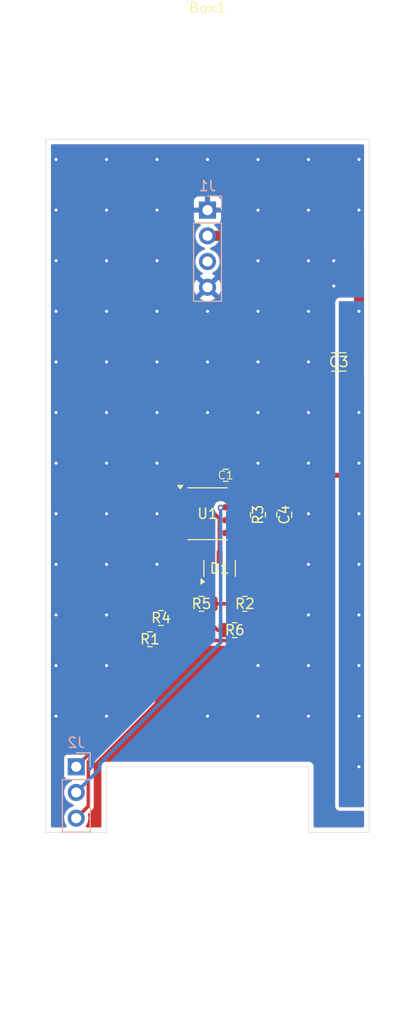
<source format=kicad_pcb>
(kicad_pcb (version 20241229) (generator "pcbnew") (generator_version "9.0")
  (layers (0 "F.Cu" jumper) (2 "B.Cu" signal) (13 "F.Paste" user) (15 "B.Paste" user) (5 "F.SilkS" user "F.Silkscreen") (7 "B.SilkS" user "B.Silkscreen") (1 "F.Mask" user) (3 "B.Mask" user) (25 "Edge.Cuts" user))
  (net 0 "")
  (net 1 "GND")
  (net 2 "Net-(D1A-A)")
  (net 3 "Net-(D1A-K)")
  (net 4 "+V")
  (net 5 "Net-(U1B--)")
  (net 6 "GNDREF")
  (net 7 "IN")
  (net 8 "OUT")
  (net 9 "Net-(U1B-+)")
  (net 11 "Net-(U1A--)")
  (footprint "Package_TO_SOT_SMD:SOT-23-3" (layer "F.Cu") (at 101.2 105.4 90)
    (property "Reference" "D1" (at 0 0 0) (layer "F.SilkS"))
    (property "Value" "BAT54S")
    (fp_line (start 0 -1.56) (end 0.8 -1.56) (stroke (width 0.12)) (layer "F.SilkS"))
    (fp_line (start 0 -1.56) (end -0.8 -1.56) (stroke (width 0.12)) (layer "F.SilkS"))
    (fp_line (start 0 1.56) (end 0.8 1.56) (stroke (width 0.12)) (layer "F.SilkS"))
    (fp_line (start 0 1.56) (end -0.8 1.56) (stroke (width 0.12)) (layer "F.SilkS"))
    (fp_poly (pts (xy -1.3 -1.51) (xy -1.54 -1.84) (xy -1.06 -1.84)) (stroke (width 0.12)) (fill yes) (layer "F.SilkS"))
    (pad "1" smd roundrect (at -1.1375 -0.95 90) (size 1.325 0.6) (layers "F.Cu" "F.Mask" "F.Paste") (net 2 "Net-(D1A-A)"))
    (pad "2" smd roundrect (at -1.1375 0.95 90) (size 1.325 0.6) (layers "F.Cu" "F.Mask" "F.Paste") (net 9 "Net-(U1B-+)"))
    (pad "3" smd roundrect (at 1.1375 0 90) (size 1.325 0.6) (layers "F.Cu" "F.Mask" "F.Paste") (net 3 "Net-(D1A-K)"))
  )
  (footprint "Mylib:1590A" (layer "F.Cu") (at 100 100)
    (property "Reference" "Box1" (at 0 -50 0) (layer "F.SilkS") (effects (font (thickness 0.1))))
    (property "Value" "1590A")
    (fp_line (start 0.05 50.375) (end 0.05 50.375) (stroke (width 0.1)) (layer "F.SilkS"))
  )
  (footprint "Resistor_SMD:R_0805_2012Metric_Pad1.20x1.40mm_HandSolder" (layer "F.Cu") (at 95.4 110.3)
    (property "Reference" "R4" (at 0 0 0) (layer "F.SilkS"))
    (property "Value" "5k")
    (fp_line (start -0.227064 -0.735) (end 0.227064 -0.735) (stroke (width 0.12)) (layer "F.SilkS"))
    (fp_line (start -0.227064 0.735) (end 0.227064 0.735) (stroke (width 0.12)) (layer "F.SilkS"))
    (pad "1" smd roundrect (at -1 0) (size 1.2 1.4) (layers "F.Cu" "F.Mask" "F.Paste") (roundrect_rratio 0.208333) (net 7 "IN"))
    (pad "2" smd roundrect (at 1 0) (size 1.2 1.4) (layers "F.Cu" "F.Mask" "F.Paste") (roundrect_rratio 0.208333) (net 11 "Net-(U1A--)"))
  )
  (footprint "Mylib:C_0704_1810Metric" (layer "F.Cu") (at 101.8 96.2 180)
    (property "Reference" "C1" (at 0 0 0) (layer "F.SilkS") (effects (font (size 0.8 0.8) (thickness 0.1))))
    (property "Value" "0.1uF")
    (fp_line (start -0.25 0.6) (end 0.25 0.6) (stroke (width 0.12)) (layer "F.SilkS"))
    (fp_line (start -0.25 -0.6) (end 0.25 -0.6) (stroke (width 0.12)) (layer "F.SilkS"))
    (pad "1" smd roundrect (at -0.875 0 180) (size 0.9 1.25) (layers "F.Cu" "F.Mask" "F.Paste") (roundrect_rratio 0.2) (net 4 "+V"))
    (pad "2" smd roundrect (at 0.875 0 180) (size 0.9 1.25) (layers "F.Cu" "F.Mask" "F.Paste") (roundrect_rratio 0.2) (net 1 "GND"))
  )
  (footprint "Capacitor_SMD:C_1206_3216Metric_Pad1.33x1.80mm_HandSolder" (layer "F.Cu") (at 113 85 180)
    (property "Reference" "C3" (at 0 0 0) (layer "F.SilkS"))
    (property "Value" "22uF")
    (fp_line (start -0.711252 0.91) (end 0.711252 0.91) (stroke (width 0.12)) (layer "F.SilkS"))
    (fp_line (start -0.711252 -0.91) (end 0.711252 -0.91) (stroke (width 0.12)) (layer "F.SilkS"))
    (pad "1" smd roundrect (at -1.5625 0 180) (size 1.325 1.8) (layers "F.Cu" "F.Mask" "F.Paste") (roundrect_rratio 0.188679) (net 4 "+V"))
    (pad "2" smd roundrect (at 1.5625 0 180) (size 1.325 1.8) (layers "F.Cu" "F.Mask" "F.Paste") (roundrect_rratio 0.188679) (net 1 "GND"))
  )
  (footprint "Capacitor_SMD:C_0805_2012Metric_Pad1.18x1.45mm_HandSolder" (layer "F.Cu") (at 107.6 100.1 -90)
    (property "Reference" "C4" (at 0 0 90) (layer "F.SilkS"))
    (property "Value" "47pF")
    (fp_line (start -0.261252 0.735) (end 0.261252 0.735) (stroke (width 0.12)) (layer "F.SilkS"))
    (fp_line (start -0.261252 -0.735) (end 0.261252 -0.735) (stroke (width 0.12)) (layer "F.SilkS"))
    (pad "1" smd roundrect (at -1.0375 0 270) (size 1.175 1.45) (layers "F.Cu" "F.Mask" "F.Paste") (roundrect_rratio 0.212766) (net 8 "OUT"))
    (pad "2" smd roundrect (at 1.0375 0 270) (size 1.175 1.45) (layers "F.Cu" "F.Mask" "F.Paste") (roundrect_rratio 0.212766) (net 5 "Net-(U1B--)"))
  )
  (footprint "Resistor_SMD:R_0805_2012Metric_Pad1.20x1.40mm_HandSolder" (layer "F.Cu") (at 102.7 111.5)
    (property "Reference" "R6" (at 0 0 0) (layer "F.SilkS"))
    (property "Value" "10k")
    (fp_line (start -0.227064 -0.735) (end 0.227064 -0.735) (stroke (width 0.12)) (layer "F.SilkS"))
    (fp_line (start -0.227064 0.735) (end 0.227064 0.735) (stroke (width 0.12)) (layer "F.SilkS"))
    (pad "1" smd roundrect (at -1 0) (size 1.2 1.4) (layers "F.Cu" "F.Mask" "F.Paste") (roundrect_rratio 0.208333) (net 11 "Net-(U1A--)"))
    (pad "2" smd roundrect (at 1 0) (size 1.2 1.4) (layers "F.Cu" "F.Mask" "F.Paste") (roundrect_rratio 0.208333) (net 9 "Net-(U1B-+)"))
  )
  (footprint "Resistor_SMD:R_0805_2012Metric_Pad1.20x1.40mm_HandSolder" (layer "F.Cu") (at 99.4 108.9)
    (property "Reference" "R5" (at 0 0 0) (layer "F.SilkS"))
    (property "Value" "10k")
    (fp_line (start -0.227064 -0.735) (end 0.227064 -0.735) (stroke (width 0.12)) (layer "F.SilkS"))
    (fp_line (start -0.227064 0.735) (end 0.227064 0.735) (stroke (width 0.12)) (layer "F.SilkS"))
    (pad "1" smd roundrect (at -1 0) (size 1.2 1.4) (layers "F.Cu" "F.Mask" "F.Paste") (roundrect_rratio 0.208333) (net 11 "Net-(U1A--)"))
    (pad "2" smd roundrect (at 1 0) (size 1.2 1.4) (layers "F.Cu" "F.Mask" "F.Paste") (roundrect_rratio 0.208333) (net 2 "Net-(D1A-A)"))
  )
  (footprint "Resistor_SMD:R_0805_2012Metric_Pad1.20x1.40mm_HandSolder" (layer "F.Cu") (at 105 100.1 90)
    (property "Reference" "R3" (at 0 0 90) (layer "F.SilkS"))
    (property "Value" "10k")
    (fp_line (start -0.227064 -0.735) (end 0.227064 -0.735) (stroke (width 0.12)) (layer "F.SilkS"))
    (fp_line (start -0.227064 0.735) (end 0.227064 0.735) (stroke (width 0.12)) (layer "F.SilkS"))
    (pad "1" smd roundrect (at -1 0 90) (size 1.2 1.4) (layers "F.Cu" "F.Mask" "F.Paste") (roundrect_rratio 0.208333) (net 5 "Net-(U1B--)"))
    (pad "2" smd roundrect (at 1 0 90) (size 1.2 1.4) (layers "F.Cu" "F.Mask" "F.Paste") (roundrect_rratio 0.208333) (net 8 "OUT"))
  )
  (footprint "Package_SO:SOIC-8_3.9x4.9mm_P1.27mm" (layer "F.Cu") (at 100 100)
    (property "Reference" "U1" (at 0 0 0) (layer "F.SilkS"))
    (property "Value" "OPA1656")
    (fp_line (start 0 -2.56) (end -1.95 -2.56) (stroke (width 0.12)) (layer "F.SilkS"))
    (fp_line (start 0 -2.56) (end 1.95 -2.56) (stroke (width 0.12)) (layer "F.SilkS"))
    (fp_line (start 0 2.56) (end -1.95 2.56) (stroke (width 0.12)) (layer "F.SilkS"))
    (fp_line (start 0 2.56) (end 1.95 2.56) (stroke (width 0.12)) (layer "F.SilkS"))
    (fp_poly (pts (xy -2.7 -2.465) (xy -2.94 -2.795) (xy -2.46 -2.795)) (stroke (width 0.12)) (fill yes) (layer "F.SilkS"))
    (pad "1" smd roundrect (at -2.475 -1.905) (size 1.95 0.6) (layers "F.Cu" "F.Mask" "F.Paste") (net 3 "Net-(D1A-K)"))
    (pad "2" smd roundrect (at -2.475 -0.635) (size 1.95 0.6) (layers "F.Cu" "F.Mask" "F.Paste") (net 11 "Net-(U1A--)"))
    (pad "3" smd roundrect (at -2.475 0.635) (size 1.95 0.6) (layers "F.Cu" "F.Mask" "F.Paste") (net 6 "GNDREF"))
    (pad "4" smd roundrect (at -2.475 1.905) (size 1.95 0.6) (layers "F.Cu" "F.Mask" "F.Paste") (net 1 "GND"))
    (pad "5" smd roundrect (at 2.475 1.905) (size 1.95 0.6) (layers "F.Cu" "F.Mask" "F.Paste") (net 9 "Net-(U1B-+)"))
    (pad "6" smd roundrect (at 2.475 0.635) (size 1.95 0.6) (layers "F.Cu" "F.Mask" "F.Paste") (net 5 "Net-(U1B--)"))
    (pad "7" smd roundrect (at 2.475 -0.635) (size 1.95 0.6) (layers "F.Cu" "F.Mask" "F.Paste") (net 8 "OUT"))
    (pad "8" smd roundrect (at 2.475 -1.905) (size 1.95 0.6) (layers "F.Cu" "F.Mask" "F.Paste") (net 4 "+V"))
  )
  (footprint "Resistor_SMD:R_0805_2012Metric_Pad1.20x1.40mm_HandSolder" (layer "F.Cu") (at 103.7 108.9)
    (property "Reference" "R2" (at 0 0 0) (layer "F.SilkS"))
    (property "Value" "10k")
    (fp_line (start -0.227064 -0.735) (end 0.227064 -0.735) (stroke (width 0.12)) (layer "F.SilkS"))
    (fp_line (start -0.227064 0.735) (end 0.227064 0.735) (stroke (width 0.12)) (layer "F.SilkS"))
    (pad "1" smd roundrect (at -1 0) (size 1.2 1.4) (layers "F.Cu" "F.Mask" "F.Paste") (roundrect_rratio 0.208333) (net 2 "Net-(D1A-A)"))
    (pad "2" smd roundrect (at 1 0) (size 1.2 1.4) (layers "F.Cu" "F.Mask" "F.Paste") (roundrect_rratio 0.208333) (net 5 "Net-(U1B--)"))
  )
  (footprint "Resistor_SMD:R_0805_2012Metric_Pad1.20x1.40mm_HandSolder" (layer "F.Cu") (at 94.3 112.4)
    (property "Reference" "R1" (at 0 0 0) (layer "F.SilkS"))
    (property "Value" "2k")
    (fp_line (start -0.227064 -0.735) (end 0.227064 -0.735) (stroke (width 0.12)) (layer "F.SilkS"))
    (fp_line (start -0.227064 0.735) (end 0.227064 0.735) (stroke (width 0.12)) (layer "F.SilkS"))
    (pad "1" smd roundrect (at -1 0) (size 1.2 1.4) (layers "F.Cu" "F.Mask" "F.Paste") (roundrect_rratio 0.208333) (net 6 "GNDREF"))
    (pad "2" smd roundrect (at 1 0) (size 1.2 1.4) (layers "F.Cu" "F.Mask" "F.Paste") (roundrect_rratio 0.208333) (net 9 "Net-(U1B-+)"))
  )
  (footprint "Connector_PinHeader_2.54mm:PinHeader_1x04_P2.54mm_Vertical" (layer "B.Cu") (at 100 70 180)
    (property "Reference" "J1" (at 0 2.38 0) (layer "B.SilkS") (effects (justify mirror)))
    (property "Value" "Conn_01x04_Pin")
    (fp_line (start 1.38 -1.27) (end 1.38 -9) (stroke (width 0.12)) (layer "B.SilkS"))
    (fp_line (start -1.38 1.38) (end 0 1.38) (stroke (width 0.12)) (layer "B.SilkS"))
    (fp_line (start -1.38 0) (end -1.38 1.38) (stroke (width 0.12)) (layer "B.SilkS"))
    (fp_line (start -1.38 -1.27) (end 1.38 -1.27) (stroke (width 0.12)) (layer "B.SilkS"))
    (fp_line (start -1.38 -1.27) (end -1.38 -9) (stroke (width 0.12)) (layer "B.SilkS"))
    (fp_line (start -1.38 -9) (end 1.38 -9) (stroke (width 0.12)) (layer "B.SilkS"))
    (pad "1" thru_hole rect (at 0 0 180) (size 1.7 1.7) (drill 1) (layers "*.Cu" "*.Mask") (net 1 "GND"))
    (pad "2" thru_hole circle (at 0 -2.54 180) (size 1.7 1.7) (drill 1) (layers "*.Cu" "*.Mask") (net 4 "+V"))
    (pad "3" thru_hole circle (at 0 -5.08 180) (size 1.7 1.7) (drill 1) (layers "*.Cu" "*.Mask"))
    (pad "4" thru_hole circle (at 0 -7.62 180) (size 1.7 1.7) (drill 1) (layers "*.Cu" "*.Mask") (net 1 "GND"))
  )
  (footprint "Connector_PinHeader_2.54mm:PinHeader_1x03_P2.54mm_Vertical" (layer "B.Cu") (at 87 125 180)
    (property "Reference" "J2" (at 0 2.38 0) (layer "B.SilkS") (effects (justify mirror)))
    (property "Value" "Conn_01x03_Pin")
    (fp_line (start 1.38 -1.27) (end 1.38 -6.46) (stroke (width 0.12)) (layer "B.SilkS"))
    (fp_line (start -1.38 1.38) (end 0 1.38) (stroke (width 0.12)) (layer "B.SilkS"))
    (fp_line (start -1.38 0) (end -1.38 1.38) (stroke (width 0.12)) (layer "B.SilkS"))
    (fp_line (start -1.38 -1.27) (end 1.38 -1.27) (stroke (width 0.12)) (layer "B.SilkS"))
    (fp_line (start -1.38 -1.27) (end -1.38 -6.46) (stroke (width 0.12)) (layer "B.SilkS"))
    (fp_line (start -1.38 -6.46) (end 1.38 -6.46) (stroke (width 0.12)) (layer "B.SilkS"))
    (pad "1" thru_hole rect (at 0 0 180) (size 1.7 1.7) (drill 1) (layers "*.Cu" "*.Mask") (net 6 "GNDREF"))
    (pad "2" thru_hole circle (at 0 -2.54 180) (size 1.7 1.7) (drill 1) (layers "*.Cu" "*.Mask") (net 8 "OUT"))
    (pad "3" thru_hole circle (at 0 -5.08 180) (size 1.7 1.7) (drill 1) (layers "*.Cu" "*.Mask") (net 7 "IN"))
  )
  (gr_line (start 116 131.5) (end 116 63) (stroke (width 0.05)) (layer "Edge.Cuts"))
  (gr_line (start 84 131.5) (end 90 131.5) (stroke (width 0.05)) (layer "Edge.Cuts"))
  (gr_line (start 116 63) (end 84 63) (stroke (width 0.05)) (layer "Edge.Cuts"))
  (gr_line (start 90 125) (end 110 125) (stroke (width 0.05)) (layer "Edge.Cuts"))
  (gr_line (start 110 131.5) (end 116 131.5) (stroke (width 0.05)) (layer "Edge.Cuts"))
  (gr_line (start 90 131.5) (end 90 125) (stroke (width 0.05)) (layer "Edge.Cuts"))
  (gr_line (start 84 63) (end 84 131.5) (stroke (width 0.05)) (layer "Edge.Cuts"))
  (gr_line (start 110 125) (end 110 131.5) (stroke (width 0.05)) (layer "Edge.Cuts"))
  (via (at 95 75) (size 0.6) (drill 0.3) (layers "F.Cu" "B.Cu") (net 1))
  (via (at 90 95) (size 0.6) (drill 0.3) (layers "F.Cu" "B.Cu") (net 1))
  (via (at 115 70) (size 0.6) (drill 0.3) (layers "F.Cu" "B.Cu") (net 1))
  (via (at 110 75) (size 0.6) (drill 0.3) (layers "F.Cu" "B.Cu") (net 1))
  (via (at 85 95) (size 0.6) (drill 0.3) (layers "F.Cu" "B.Cu") (net 1))
  (via (at 105 75) (size 0.6) (drill 0.3) (layers "F.Cu" "B.Cu") (net 1))
  (via (at 110 110) (size 0.6) (drill 0.3) (layers "F.Cu" "B.Cu") (net 1))
  (via (at 85 85) (size 0.6) (drill 0.3) (layers "F.Cu" "B.Cu") (net 1))
  (via (at 95 95) (size 0.6) (drill 0.3) (layers "F.Cu" "B.Cu") (net 1))
  (via (at 90 70) (size 0.6) (drill 0.3) (layers "F.Cu" "B.Cu") (net 1))
  (via (at 110 65) (size 0.6) (drill 0.3) (layers "F.Cu" "B.Cu") (net 1))
  (via (at 100 85) (size 0.6) (drill 0.3) (layers "F.Cu" "B.Cu") (net 1))
  (via (at 85 105) (size 0.6) (drill 0.3) (layers "F.Cu" "B.Cu") (net 1))
  (via (at 105 115) (size 0.6) (drill 0.3) (layers "F.Cu" "B.Cu") (net 1))
  (via (at 85 120) (size 0.6) (drill 0.3) (layers "F.Cu" "B.Cu") (net 1))
  (via (at 100 90) (size 0.6) (drill 0.3) (layers "F.Cu" "B.Cu") (net 1))
  (via (at 95 85) (size 0.6) (drill 0.3) (layers "F.Cu" "B.Cu") (net 1))
  (via (at 110 120) (size 0.6) (drill 0.3) (layers "F.Cu" "B.Cu") (net 1))
  (via (at 90 85) (size 0.6) (drill 0.3) (layers "F.Cu" "B.Cu") (net 1))
  (via (at 85 110) (size 0.6) (drill 0.3) (layers "F.Cu" "B.Cu") (net 1))
  (via (at 110 115) (size 0.6) (drill 0.3) (layers "F.Cu" "B.Cu") (net 1))
  (via (at 90 90) (size 0.6) (drill 0.3) (layers "F.Cu" "B.Cu") (net 1))
  (via (at 115 65) (size 0.6) (drill 0.3) (layers "F.Cu" "B.Cu") (net 1))
  (via (at 105 80) (size 0.6) (drill 0.3) (layers "F.Cu" "B.Cu") (net 1))
  (via (at 110 95) (size 0.6) (drill 0.3) (layers "F.Cu" "B.Cu") (net 1))
  (via (at 95 100) (size 0.6) (drill 0.3) (layers "F.Cu" "B.Cu") (net 1))
  (via (at 95 90) (size 0.6) (drill 0.3) (layers "F.Cu" "B.Cu") (net 1))
  (via (at 95 70) (size 0.6) (drill 0.3) (layers "F.Cu" "B.Cu") (net 1))
  (via (at 100 80) (size 0.6) (drill 0.3) (layers "F.Cu" "B.Cu") (net 1))
  (via (at 100 120) (size 0.6) (drill 0.3) (layers "F.Cu" "B.Cu") (net 1))
  (via (at 112.5 77.5) (size 0.6) (drill 0.3) (layers "F.Cu" "B.Cu") (net 1))
  (via (at 90 110) (size 0.6) (drill 0.3) (layers "F.Cu" "B.Cu") (net 1))
  (via (at 95 105) (size 0.6) (drill 0.3) (layers "F.Cu" "B.Cu") (net 1))
  (via (at 100 65) (size 0.6) (drill 0.3) (layers "F.Cu" "B.Cu") (net 1))
  (via (at 105 120) (size 0.6) (drill 0.3) (layers "F.Cu" "B.Cu") (net 1))
  (via (at 90 65) (size 0.6) (drill 0.3) (layers "F.Cu" "B.Cu") (net 1))
  (via (at 95 80) (size 0.6) (drill 0.3) (layers "F.Cu" "B.Cu") (net 1))
  (via (at 110 105) (size 0.6) (drill 0.3) (layers "F.Cu" "B.Cu") (net 1))
  (via (at 105 95) (size 0.6) (drill 0.3) (layers "F.Cu" "B.Cu") (net 1))
  (via (at 85 70) (size 0.6) (drill 0.3) (layers "F.Cu" "B.Cu") (net 1))
  (via (at 90 100) (size 0.6) (drill 0.3) (layers "F.Cu" "B.Cu") (net 1))
  (via (at 110 100) (size 0.6) (drill 0.3) (layers "F.Cu" "B.Cu") (net 1))
  (via (at 90 115) (size 0.6) (drill 0.3) (layers "F.Cu" "B.Cu") (net 1))
  (via (at 105 90) (size 0.6) (drill 0.3) (layers "F.Cu" "B.Cu") (net 1))
  (via (at 110 70) (size 0.6) (drill 0.3) (layers "F.Cu" "B.Cu") (net 1))
  (via (at 112.5 75) (size 0.6) (drill 0.3) (layers "F.Cu" "B.Cu") (net 1))
  (via (at 90 105) (size 0.6) (drill 0.3) (layers "F.Cu" "B.Cu") (net 1))
  (via (at 105 65) (size 0.6) (drill 0.3) (layers "F.Cu" "B.Cu") (net 1))
  (via (at 90 80) (size 0.6) (drill 0.3) (layers "F.Cu" "B.Cu") (net 1))
  (via (at 105 70) (size 0.6) (drill 0.3) (layers "F.Cu" "B.Cu") (net 1))
  (via (at 85 80) (size 0.6) (drill 0.3) (layers "F.Cu" "B.Cu") (net 1))
  (via (at 85 100) (size 0.6) (drill 0.3) (layers "F.Cu" "B.Cu") (net 1))
  (via (at 85 65) (size 0.6) (drill 0.3) (layers "F.Cu" "B.Cu") (net 1))
  (via (at 85 115) (size 0.6) (drill 0.3) (layers "F.Cu" "B.Cu") (net 1))
  (via (at 110 80) (size 0.6) (drill 0.3) (layers "F.Cu" "B.Cu") (net 1))
  (via (at 95 65) (size 0.6) (drill 0.3) (layers "F.Cu" "B.Cu") (net 1))
  (via (at 85 75) (size 0.6) (drill 0.3) (layers "F.Cu" "B.Cu") (net 1))
  (via (at 90 75) (size 0.6) (drill 0.3) (layers "F.Cu" "B.Cu") (net 1))
  (via (at 105 85) (size 0.6) (drill 0.3) (layers "F.Cu" "B.Cu") (net 1))
  (via (at 110 85) (size 0.6) (drill 0.3) (layers "F.Cu" "B.Cu") (net 1))
  (via (at 110 90) (size 0.6) (drill 0.3) (layers "F.Cu" "B.Cu") (net 1))
  (via (at 90 120) (size 0.6) (drill 0.3) (layers "F.Cu" "B.Cu") (net 1))
  (via (at 85 90) (size 0.6) (drill 0.3) (layers "F.Cu" "B.Cu") (net 1))
  (segment (start 100.4 108.9) (end 102.7 108.9) (width 0.35) (layer "F.Cu") (net 2))
  (segment (start 100.25 106.5375) (end 100.25 108.75) (width 0.35) (layer "F.Cu") (net 2))
  (segment (start 101.174 103.7365) (end 101.174 100.474) (width 0.35) (layer "F.Cu") (net 3))
  (segment (start 101.174 100.474) (end 98.795 98.095) (width 0.35) (layer "F.Cu") (net 3))
  (segment (start 101.2 103.7625) (end 101.174 103.7365) (width 0.35) (layer "F.Cu") (net 3))
  (segment (start 98.795 98.095) (end 97.525 98.095) (width 0.35) (layer "F.Cu") (net 3))
  (segment (start 101.2 104.2625) (end 101.2 103.7625) (width 0.35) (layer "F.Cu") (net 3))
  (segment (start 102.475 98.095) (end 102.475 96.4) (width 0.5) (layer "F.Cu") (net 4))
  (segment (start 113.8 96.2) (end 115 95) (width 0.5) (layer "F.Cu") (net 4))
  (segment (start 102.675 96.2) (end 113.8 96.2) (width 0.5) (layer "F.Cu") (net 4))
  (segment (start 100 72.54) (end 113.54 72.54) (width 1) (layer "F.Cu") (net 4))
  (segment (start 115 74) (end 115 80) (width 1) (layer "F.Cu") (net 4))
  (segment (start 115 80) (end 115 84.5625) (width 1) (layer "F.Cu") (net 4))
  (segment (start 113.54 72.54) (end 115 74) (width 1) (layer "F.Cu") (net 4))
  (segment (start 115 84.5625) (end 114.5625 85) (width 1) (layer "F.Cu") (net 4))
  (via (at 115 100) (size 0.6) (drill 0.3) (layers "F.Cu" "B.Cu") (net 4))
  (via (at 115 125) (size 0.6) (drill 0.3) (layers "F.Cu" "B.Cu") (net 4))
  (via (at 115 120) (size 0.6) (drill 0.3) (layers "F.Cu" "B.Cu") (net 4))
  (via (at 115 95) (size 0.6) (drill 0.3) (layers "F.Cu" "B.Cu") (net 4))
  (via (at 115 105) (size 0.6) (drill 0.3) (layers "F.Cu" "B.Cu") (net 4))
  (via (at 115 90) (size 0.6) (drill 0.3) (layers "F.Cu" "B.Cu") (net 4))
  (via (at 115 80) (size 0.6) (drill 0.3) (layers "F.Cu" "B.Cu") (net 4))
  (via (at 115 110) (size 0.6) (drill 0.3) (layers "F.Cu" "B.Cu") (net 4))
  (via (at 115 115) (size 0.6) (drill 0.3) (layers "F.Cu" "B.Cu") (net 4))
  (segment (start 102.475 100.635) (end 104.535 100.635) (width 0.35) (layer "F.Cu") (net 5))
  (segment (start 104.7 108.9) (end 104.7 101.4) (width 0.35) (layer "F.Cu") (net 5))
  (segment (start 104.535 100.635) (end 105 101.1) (width 0.35) (layer "F.Cu") (net 5))
  (segment (start 105 101.1) (end 107.5625 101.1) (width 0.35) (layer "F.Cu") (net 5))
  (segment (start 93.3 109.6) (end 94 108.9) (width 0.35) (layer "F.Cu") (net 6))
  (segment (start 99.123 106.477) (end 99.123 101.258001) (width 0.35) (layer "F.Cu") (net 6))
  (segment (start 94 108.9) (end 96.7 108.9) (width 0.35) (layer "F.Cu") (net 6))
  (segment (start 93.3 112.4) (end 93.3 109.6) (width 0.35) (layer "F.Cu") (net 6))
  (segment (start 98.499999 100.635) (end 97.525 100.635) (width 0.35) (layer "F.Cu") (net 6))
  (segment (start 93.3 118.7) (end 87 125) (width 0.35) (layer "F.Cu") (net 6))
  (segment (start 99.123 101.258001) (end 98.499999 100.635) (width 0.35) (layer "F.Cu") (net 6))
  (segment (start 93.3 112.4) (end 93.3 118.7) (width 0.35) (layer "F.Cu") (net 6))
  (segment (start 96.7 108.9) (end 99.123 106.477) (width 0.35) (layer "F.Cu") (net 6))
  (segment (start 88.2 128.88) (end 88.2 124.50852) (width 0.35) (layer "F.Cu") (net 7))
  (segment (start 93.801 118.90752) (end 93.801 118.899) (width 0.35) (layer "F.Cu") (net 7))
  (segment (start 93.801 118.899) (end 94.3 118.4) (width 0.35) (layer "F.Cu") (net 7))
  (segment (start 87 130.08) (end 88.2 128.88) (width 0.35) (layer "F.Cu") (net 7))
  (segment (start 94.3 118.4) (end 94.3 110.4) (width 0.35) (layer "F.Cu") (net 7))
  (segment (start 88.2 124.50852) (end 93.801 118.90752) (width 0.35) (layer "F.Cu") (net 7))
  (segment (start 102.475 99.365) (end 104.735 99.365) (width 0.35) (layer "F.Cu") (net 8))
  (segment (start 107.6 99.0625) (end 105.0375 99.0625) (width 0.35) (layer "F.Cu") (net 8))
  (via (at 101.3 99.4) (size 0.6) (drill 0.3) (layers "F.Cu" "B.Cu") (net 8))
  (segment (start 89.324 124.719992) (end 89.324 125.216) (width 0.35) (layer "B.Cu") (net 8))
  (segment (start 101.3 99.4) (end 101.3 112.743992) (width 0.35) (layer "B.Cu") (net 8))
  (segment (start 89.324 125.216) (end 87 127.54) (width 0.35) (layer "B.Cu") (net 8))
  (segment (start 101.3 112.743992) (end 89.324 124.719992) (width 0.35) (layer "B.Cu") (net 8))
  (segment (start 103.7 108.0875) (end 102.15 106.5375) (width 0.35) (layer "F.Cu") (net 9))
  (segment (start 102.674 112.526) (end 95.426 112.526) (width 0.35) (layer "F.Cu") (net 9))
  (segment (start 103.7 111.5) (end 102.674 112.526) (width 0.35) (layer "F.Cu") (net 9))
  (segment (start 102.15 106.5375) (end 102.15 102.23) (width 0.35) (layer "F.Cu") (net 9))
  (segment (start 103.7 111.5) (end 103.7 108.0875) (width 0.35) (layer "F.Cu") (net 9))
  (segment (start 102.15 102.23) (end 102.475 101.905) (width 0.35) (layer "F.Cu") (net 9))
  (segment (start 99.624 100.489001) (end 98.499999 99.365) (width 0.35) (layer "F.Cu") (net 11))
  (segment (start 98.4 108.9) (end 97.8 108.9) (width 0.35) (layer "F.Cu") (net 11))
  (segment (start 98.4 108.475322) (end 99.624 107.251322) (width 0.35) (layer "F.Cu") (net 11))
  (segment (start 97.8 108.9) (end 96.4 110.3) (width 0.35) (layer "F.Cu") (net 11))
  (segment (start 98.499999 99.365) (end 97.525 99.365) (width 0.35) (layer "F.Cu") (net 11))
  (segment (start 99.624 107.251322) (end 99.624 100.489001) (width 0.35) (layer "F.Cu") (net 11))
  (segment (start 98.4 108.9) (end 101 111.5) (width 0.35) (layer "F.Cu") (net 11))
  (segment (start 101 111.5) (end 101.7 111.5) (width 0.35) (layer "F.Cu") (net 11))
  (zone (net 1) (net_name "GND") (layers "F.Cu" "B.Cu") (connect_pads (clearance 0.35)) (min_thickness 0.25) (fill yes (thermal_gap 0.5) (thermal_bridge_width 0.5) (smoothing chamfer) (radius 1))
    (polygon (pts (xy 80 54) (xy 120 54) (xy 120 140) (xy 100 140) (xy 100 132) (xy 80 132)))
  )
  (zone (net 4) (net_name "+V") (layers "F.Cu" "B.Cu") (priority 2) (connect_pads (clearance 0.35)) (min_thickness 0.25) (fill yes (thermal_gap 0.5) (thermal_bridge_width 0.5))
    (polygon (pts (xy 113 79) (xy 116 79) (xy 116 129) (xy 113 129)))
  )
)
</source>
